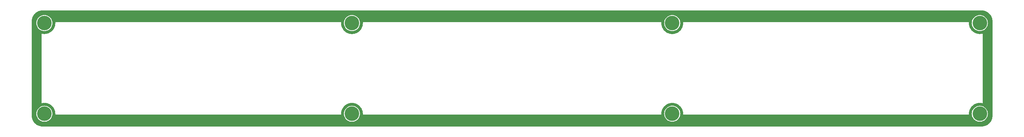
<source format=gbr>
%TF.GenerationSoftware,KiCad,Pcbnew,7.0.2-0*%
%TF.CreationDate,2023-05-18T01:16:27+02:00*%
%TF.ProjectId,LE,4c452e6b-6963-4616-945f-706362585858,rev?*%
%TF.SameCoordinates,PXfd9f08PY7735940*%
%TF.FileFunction,Copper,L2,Bot*%
%TF.FilePolarity,Positive*%
%FSLAX46Y46*%
G04 Gerber Fmt 4.6, Leading zero omitted, Abs format (unit mm)*
G04 Created by KiCad (PCBNEW 7.0.2-0) date 2023-05-18 01:16:27*
%MOMM*%
%LPD*%
G01*
G04 APERTURE LIST*
%TA.AperFunction,ComponentPad*%
%ADD10C,4.000000*%
%TD*%
G04 APERTURE END LIST*
D10*
%TO.P,REF\u002A\u002A,*%
%TO.N,*%
X3500000Y28500000D03*
X3500000Y3500000D03*
X88000000Y28500000D03*
X88000000Y3500000D03*
X176000000Y28500000D03*
X176000000Y3528700D03*
X260500000Y28500000D03*
X260500000Y3500000D03*
%TD*%
%TA.AperFunction,NonConductor*%
G36*
X261001926Y31999400D02*
G01*
X261133863Y31992484D01*
X261316396Y31982232D01*
X261323803Y31981440D01*
X261475994Y31957334D01*
X261637583Y31929878D01*
X261644309Y31928409D01*
X261797007Y31887493D01*
X261951171Y31843078D01*
X261957173Y31841065D01*
X262105567Y31784102D01*
X262107300Y31783410D01*
X262253477Y31722861D01*
X262258731Y31720440D01*
X262343722Y31677134D01*
X262401031Y31647933D01*
X262403230Y31646766D01*
X262540974Y31570638D01*
X262545483Y31567932D01*
X262679810Y31480698D01*
X262682328Y31478988D01*
X262810284Y31388197D01*
X262814032Y31385355D01*
X262938716Y31284388D01*
X262941456Y31282056D01*
X263058275Y31177660D01*
X263061291Y31174809D01*
X263174816Y31061283D01*
X263177667Y31058267D01*
X263282024Y30941492D01*
X263284356Y30938751D01*
X263385383Y30813992D01*
X263388225Y30810245D01*
X263478901Y30682450D01*
X263480612Y30679931D01*
X263567987Y30545385D01*
X263570691Y30540877D01*
X263646622Y30403491D01*
X263647791Y30401291D01*
X263720479Y30258630D01*
X263722911Y30253354D01*
X263783234Y30107722D01*
X263783952Y30105922D01*
X263841098Y29957051D01*
X263843121Y29951018D01*
X263887291Y29797701D01*
X263928433Y29644159D01*
X263929907Y29637408D01*
X263957103Y29477348D01*
X263981446Y29323649D01*
X263982241Y29316224D01*
X263992216Y29138607D01*
X263999399Y29001530D01*
X263999500Y28997689D01*
X263999500Y3001947D01*
X263999399Y2998074D01*
X263992509Y2866624D01*
X263982230Y2683591D01*
X263981435Y2676165D01*
X263957398Y2524392D01*
X263929872Y2362386D01*
X263928397Y2355632D01*
X263887589Y2203332D01*
X263843057Y2048759D01*
X263841036Y2042732D01*
X263784241Y1894777D01*
X263783523Y1892977D01*
X263722815Y1746416D01*
X263720383Y1741140D01*
X263648085Y1599246D01*
X263646917Y1597046D01*
X263570551Y1458871D01*
X263567846Y1454363D01*
X263480892Y1320465D01*
X263479181Y1317946D01*
X263388042Y1189499D01*
X263385200Y1185752D01*
X263284635Y1061562D01*
X263282303Y1058821D01*
X263177424Y941462D01*
X263174573Y938446D01*
X263061565Y825437D01*
X263058548Y822585D01*
X262941141Y717665D01*
X262938402Y715334D01*
X262814292Y614831D01*
X262810544Y611989D01*
X262681936Y520735D01*
X262679417Y519024D01*
X262545723Y432202D01*
X262541215Y429497D01*
X262402718Y352953D01*
X262400519Y351786D01*
X262258978Y279666D01*
X262253701Y277233D01*
X262106622Y216311D01*
X262104823Y215593D01*
X261957411Y159006D01*
X261951377Y156983D01*
X261795943Y112202D01*
X261644533Y71631D01*
X261637782Y70157D01*
X261474144Y42353D01*
X261324012Y18575D01*
X261316587Y17780D01*
X261128289Y7205D01*
X261002304Y601D01*
X260998431Y500D01*
X3001946Y500D01*
X2998073Y601D01*
X2866617Y7491D01*
X2683589Y17770D01*
X2676163Y18565D01*
X2524369Y42606D01*
X2362395Y70126D01*
X2355639Y71601D01*
X2203297Y112421D01*
X2048769Y156941D01*
X2042742Y158962D01*
X1894724Y215780D01*
X1892925Y216498D01*
X1746432Y277177D01*
X1741154Y279610D01*
X1599197Y351942D01*
X1596998Y353109D01*
X1458907Y429428D01*
X1454399Y432133D01*
X1320396Y519156D01*
X1317877Y520867D01*
X1189560Y611914D01*
X1185812Y614756D01*
X1061488Y715431D01*
X1058748Y717762D01*
X941531Y822513D01*
X938515Y825365D01*
X825363Y938517D01*
X822511Y941533D01*
X717760Y1058750D01*
X715429Y1061490D01*
X614754Y1185814D01*
X611912Y1189562D01*
X537144Y1294936D01*
X520858Y1317889D01*
X519154Y1320398D01*
X432122Y1454416D01*
X429436Y1458892D01*
X353107Y1597000D01*
X351940Y1599199D01*
X325221Y1651636D01*
X279602Y1741168D01*
X277180Y1746422D01*
X216476Y1892977D01*
X215778Y1894726D01*
X215758Y1894777D01*
X158959Y2042745D01*
X156938Y2048774D01*
X112411Y2203332D01*
X71596Y2355654D01*
X70132Y2362356D01*
X42611Y2524334D01*
X18561Y2676178D01*
X17769Y2683573D01*
X7503Y2866372D01*
X601Y2998074D01*
X500Y3001946D01*
X500Y3500000D01*
X1294778Y3500000D01*
X1294936Y3497590D01*
X1311196Y3249500D01*
X1313644Y3212161D01*
X1369919Y2929247D01*
X1370693Y2926965D01*
X1370695Y2926960D01*
X1453308Y2683591D01*
X1462641Y2656098D01*
X1463710Y2653930D01*
X1463711Y2653928D01*
X1589150Y2399561D01*
X1589156Y2399551D01*
X1590222Y2397389D01*
X1591566Y2395377D01*
X1591567Y2395376D01*
X1749137Y2159555D01*
X1749141Y2159549D01*
X1750480Y2157546D01*
X1752067Y2155736D01*
X1752072Y2155730D01*
X1851169Y2042732D01*
X1940673Y1940673D01*
X1942493Y1939077D01*
X2155729Y1752073D01*
X2155733Y1752070D01*
X2157546Y1750480D01*
X2397389Y1590222D01*
X2399555Y1589154D01*
X2399560Y1589151D01*
X2526743Y1526432D01*
X2656098Y1462641D01*
X2929247Y1369919D01*
X3212161Y1313644D01*
X3500000Y1294778D01*
X3787839Y1313644D01*
X4070753Y1369919D01*
X4343902Y1462641D01*
X4602611Y1590222D01*
X4842454Y1750480D01*
X5059327Y1940673D01*
X5249520Y2157546D01*
X5409778Y2397389D01*
X5537359Y2656098D01*
X5630081Y2929247D01*
X5686356Y3212161D01*
X5705222Y3500000D01*
X5686356Y3787839D01*
X5630081Y4070753D01*
X5537359Y4343902D01*
X5439979Y4541369D01*
X5410849Y4600440D01*
X5410846Y4600445D01*
X5409778Y4602611D01*
X5330868Y4720707D01*
X5250862Y4840446D01*
X5250859Y4840449D01*
X5249520Y4842454D01*
X5247778Y4844440D01*
X5060923Y5057507D01*
X5059327Y5059327D01*
X4977050Y5131482D01*
X4844270Y5247928D01*
X4844264Y5247933D01*
X4842454Y5249520D01*
X4840451Y5250859D01*
X4840445Y5250863D01*
X4604624Y5408433D01*
X4604623Y5408434D01*
X4602611Y5409778D01*
X4600449Y5410844D01*
X4600439Y5410850D01*
X4346072Y5536289D01*
X4346070Y5536290D01*
X4343902Y5537359D01*
X4341615Y5538136D01*
X4341611Y5538137D01*
X4073040Y5629305D01*
X4073035Y5629307D01*
X4070753Y5630081D01*
X3991874Y5645771D01*
X3790208Y5685885D01*
X3790204Y5685886D01*
X3787839Y5686356D01*
X3785435Y5686514D01*
X3785432Y5686514D01*
X3502411Y5705064D01*
X3500000Y5705222D01*
X3497589Y5705064D01*
X3214567Y5686514D01*
X3214562Y5686514D01*
X3212161Y5686356D01*
X3209797Y5685886D01*
X3209791Y5685885D01*
X2931619Y5630553D01*
X2931616Y5630553D01*
X2929247Y5630081D01*
X2926968Y5629308D01*
X2926959Y5629305D01*
X2658388Y5538137D01*
X2658379Y5538134D01*
X2656098Y5537359D01*
X2653934Y5536293D01*
X2653927Y5536289D01*
X2399560Y5410850D01*
X2399543Y5410841D01*
X2397389Y5409778D01*
X2395382Y5408438D01*
X2395375Y5408433D01*
X2159554Y5250863D01*
X2159540Y5250853D01*
X2157546Y5249520D01*
X2155742Y5247939D01*
X2155729Y5247928D01*
X1942493Y5060924D01*
X1942485Y5060917D01*
X1940673Y5059327D01*
X1939083Y5057515D01*
X1939076Y5057507D01*
X1752072Y4844271D01*
X1752061Y4844258D01*
X1750480Y4842454D01*
X1749147Y4840460D01*
X1749137Y4840446D01*
X1591567Y4604625D01*
X1591562Y4604618D01*
X1590222Y4602611D01*
X1589159Y4600457D01*
X1589150Y4600440D01*
X1463711Y4346073D01*
X1463707Y4346066D01*
X1462641Y4343902D01*
X1461866Y4341621D01*
X1461863Y4341612D01*
X1370695Y4073041D01*
X1370692Y4073032D01*
X1369919Y4070753D01*
X1369447Y4068384D01*
X1369447Y4068381D01*
X1319353Y3816539D01*
X1313644Y3787839D01*
X1313486Y3785438D01*
X1313486Y3785433D01*
X1309955Y3731562D01*
X1294778Y3500000D01*
X500Y3500000D01*
X500Y6404223D01*
X2699500Y6404223D01*
X2699616Y6403941D01*
X2699617Y6403940D01*
X2700000Y6403782D01*
X2700000Y6403783D01*
X2703118Y6402496D01*
X2706098Y6403310D01*
X2709938Y6404250D01*
X2863554Y6437461D01*
X3022901Y6471386D01*
X3030424Y6472585D01*
X3193271Y6489950D01*
X3351679Y6505336D01*
X3358824Y6505681D01*
X3523697Y6505608D01*
X3682159Y6503051D01*
X3688823Y6502640D01*
X3852488Y6485041D01*
X3854079Y6484852D01*
X4010366Y6464565D01*
X4016483Y6463506D01*
X4177454Y6428557D01*
X4179486Y6428086D01*
X4332306Y6390359D01*
X4337870Y6388751D01*
X4494289Y6336834D01*
X4496654Y6336004D01*
X4644188Y6281315D01*
X4649084Y6279296D01*
X4799154Y6210988D01*
X4801844Y6209696D01*
X4942174Y6138777D01*
X4946435Y6136444D01*
X5088392Y6052538D01*
X5091319Y6050714D01*
X5222751Y5964437D01*
X5226307Y5961949D01*
X5358544Y5863389D01*
X5361643Y5860947D01*
X5482487Y5760428D01*
X5485434Y5757842D01*
X5606428Y5645759D01*
X5609533Y5642706D01*
X5718312Y5529168D01*
X5720640Y5526622D01*
X5828976Y5402335D01*
X5832056Y5398557D01*
X5879523Y5336254D01*
X5927350Y5273477D01*
X5929116Y5271058D01*
X6023586Y5135964D01*
X6026486Y5131482D01*
X6107096Y4996423D01*
X6108352Y4994233D01*
X6187890Y4849873D01*
X6190482Y4844697D01*
X6255399Y4701318D01*
X6256213Y4699451D01*
X6270417Y4665565D01*
X6319903Y4547500D01*
X6322078Y4541624D01*
X6370484Y4391644D01*
X6370966Y4390092D01*
X6418046Y4232456D01*
X6419677Y4225926D01*
X6451061Y4070499D01*
X6473468Y3949799D01*
X6479907Y3915114D01*
X6481133Y3908513D01*
X6482100Y3901387D01*
X6495818Y3742795D01*
X6508390Y3579572D01*
X6508582Y3571919D01*
X6504231Y3408724D01*
X6499904Y3263570D01*
X6499484Y3261600D01*
X6499462Y3252444D01*
X6499344Y3249677D01*
X6499589Y3249389D01*
X6503048Y3249244D01*
X6522213Y3247647D01*
X6527169Y3249497D01*
X6527783Y3249500D01*
X84972215Y3249500D01*
X84977396Y3247615D01*
X84996950Y3249244D01*
X85000409Y3249389D01*
X85000538Y3249543D01*
X85000540Y3249543D01*
X85000539Y3249545D01*
X85000673Y3249702D01*
X85000548Y3252775D01*
X85000572Y3261504D01*
X85000117Y3263647D01*
X84993495Y3500000D01*
X85794778Y3500000D01*
X85794936Y3497590D01*
X85811196Y3249500D01*
X85813644Y3212161D01*
X85869919Y2929247D01*
X85870693Y2926965D01*
X85870695Y2926960D01*
X85953308Y2683591D01*
X85962641Y2656098D01*
X85963710Y2653930D01*
X85963711Y2653928D01*
X86089150Y2399561D01*
X86089156Y2399551D01*
X86090222Y2397389D01*
X86091566Y2395377D01*
X86091567Y2395376D01*
X86249137Y2159555D01*
X86249141Y2159549D01*
X86250480Y2157546D01*
X86252067Y2155736D01*
X86252072Y2155730D01*
X86351169Y2042732D01*
X86440673Y1940673D01*
X86442493Y1939077D01*
X86655729Y1752073D01*
X86655733Y1752070D01*
X86657546Y1750480D01*
X86897389Y1590222D01*
X86899555Y1589154D01*
X86899560Y1589151D01*
X87026743Y1526432D01*
X87156098Y1462641D01*
X87429247Y1369919D01*
X87712161Y1313644D01*
X88000000Y1294778D01*
X88287839Y1313644D01*
X88570753Y1369919D01*
X88843902Y1462641D01*
X89102611Y1590222D01*
X89342454Y1750480D01*
X89559327Y1940673D01*
X89749520Y2157546D01*
X89909778Y2397389D01*
X90037359Y2656098D01*
X90130081Y2929247D01*
X90186356Y3212161D01*
X90205222Y3500000D01*
X90186356Y3787839D01*
X90130081Y4070753D01*
X90037359Y4343902D01*
X89939979Y4541369D01*
X89910849Y4600440D01*
X89910846Y4600445D01*
X89909778Y4602611D01*
X89830868Y4720707D01*
X89750862Y4840446D01*
X89750859Y4840449D01*
X89749520Y4842454D01*
X89747778Y4844440D01*
X89560923Y5057507D01*
X89559327Y5059327D01*
X89477050Y5131482D01*
X89344270Y5247928D01*
X89344264Y5247933D01*
X89342454Y5249520D01*
X89340451Y5250859D01*
X89340445Y5250863D01*
X89104624Y5408433D01*
X89104623Y5408434D01*
X89102611Y5409778D01*
X89100449Y5410844D01*
X89100439Y5410850D01*
X88846072Y5536289D01*
X88846070Y5536290D01*
X88843902Y5537359D01*
X88841615Y5538136D01*
X88841611Y5538137D01*
X88573040Y5629305D01*
X88573035Y5629307D01*
X88570753Y5630081D01*
X88491874Y5645771D01*
X88290208Y5685885D01*
X88290204Y5685886D01*
X88287839Y5686356D01*
X88285435Y5686514D01*
X88285432Y5686514D01*
X88002411Y5705064D01*
X88000000Y5705222D01*
X87997589Y5705064D01*
X87714567Y5686514D01*
X87714562Y5686514D01*
X87712161Y5686356D01*
X87709797Y5685886D01*
X87709791Y5685885D01*
X87431619Y5630553D01*
X87431616Y5630553D01*
X87429247Y5630081D01*
X87426968Y5629308D01*
X87426959Y5629305D01*
X87158388Y5538137D01*
X87158379Y5538134D01*
X87156098Y5537359D01*
X87153934Y5536293D01*
X87153927Y5536289D01*
X86899560Y5410850D01*
X86899543Y5410841D01*
X86897389Y5409778D01*
X86895382Y5408438D01*
X86895375Y5408433D01*
X86659554Y5250863D01*
X86659540Y5250853D01*
X86657546Y5249520D01*
X86655742Y5247939D01*
X86655729Y5247928D01*
X86442493Y5060924D01*
X86442485Y5060917D01*
X86440673Y5059327D01*
X86439083Y5057515D01*
X86439076Y5057507D01*
X86252072Y4844271D01*
X86252061Y4844258D01*
X86250480Y4842454D01*
X86249147Y4840460D01*
X86249137Y4840446D01*
X86091567Y4604625D01*
X86091562Y4604618D01*
X86090222Y4602611D01*
X86089159Y4600457D01*
X86089150Y4600440D01*
X85963711Y4346073D01*
X85963707Y4346066D01*
X85962641Y4343902D01*
X85961866Y4341621D01*
X85961863Y4341612D01*
X85870695Y4073041D01*
X85870692Y4073032D01*
X85869919Y4070753D01*
X85869447Y4068384D01*
X85869447Y4068381D01*
X85819353Y3816539D01*
X85813644Y3787839D01*
X85813486Y3785438D01*
X85813486Y3785433D01*
X85809955Y3731562D01*
X85794778Y3500000D01*
X84993495Y3500000D01*
X84993133Y3512926D01*
X84991412Y3578845D01*
X84991636Y3586805D01*
X85008114Y3786689D01*
X85019441Y3915137D01*
X85020515Y3922744D01*
X85056545Y4107581D01*
X85084924Y4246141D01*
X85086769Y4253292D01*
X85141374Y4428096D01*
X85187033Y4567701D01*
X85189564Y4574335D01*
X85261958Y4739524D01*
X85324479Y4875793D01*
X85327604Y4881843D01*
X85416537Y5035985D01*
X85417178Y5037069D01*
X85495526Y5166533D01*
X85499153Y5171962D01*
X85603799Y5314417D01*
X85604654Y5315552D01*
X85698003Y5436258D01*
X85702037Y5441038D01*
X85821085Y5570419D01*
X85822347Y5571751D01*
X85929373Y5681609D01*
X85933718Y5685719D01*
X86065773Y5800774D01*
X86067443Y5802181D01*
X86186726Y5899509D01*
X86191292Y5902947D01*
X86334764Y6002465D01*
X86336851Y6003858D01*
X86466804Y6087212D01*
X86471503Y6089987D01*
X86624721Y6172932D01*
X86627220Y6174221D01*
X86766149Y6242407D01*
X86770803Y6244492D01*
X86932012Y6309990D01*
X86934879Y6311082D01*
X87080906Y6363098D01*
X87085525Y6364571D01*
X87252710Y6411861D01*
X87256020Y6412714D01*
X87407147Y6447801D01*
X87411633Y6448695D01*
X87582911Y6477284D01*
X87586577Y6477800D01*
X87740768Y6495464D01*
X87745053Y6495828D01*
X87918348Y6505392D01*
X87922424Y6505503D01*
X88077574Y6505503D01*
X88081649Y6505392D01*
X88254939Y6495828D01*
X88259234Y6495464D01*
X88413409Y6477801D01*
X88417097Y6477283D01*
X88588351Y6448697D01*
X88592863Y6447798D01*
X88743956Y6412718D01*
X88747308Y6411855D01*
X88914454Y6364576D01*
X88919108Y6363092D01*
X89065087Y6311093D01*
X89068016Y6309977D01*
X89229173Y6244500D01*
X89233869Y6242397D01*
X89372736Y6174241D01*
X89375317Y6172910D01*
X89438033Y6138958D01*
X89528481Y6089993D01*
X89533203Y6087205D01*
X89611599Y6036921D01*
X89663094Y6003891D01*
X89665286Y6002429D01*
X89787673Y5917536D01*
X89808678Y5902966D01*
X89813284Y5899498D01*
X89932488Y5802235D01*
X89934285Y5800720D01*
X90010953Y5733922D01*
X90066260Y5685735D01*
X90070647Y5681585D01*
X90177580Y5571823D01*
X90178982Y5570342D01*
X90209331Y5537359D01*
X90297934Y5441066D01*
X90302016Y5436230D01*
X90395264Y5315653D01*
X90396283Y5314301D01*
X90459731Y5227930D01*
X90500820Y5171995D01*
X90504492Y5166499D01*
X90582746Y5037190D01*
X90583533Y5035858D01*
X90672375Y4881874D01*
X90675537Y4875751D01*
X90738061Y4739474D01*
X90810417Y4574372D01*
X90812972Y4567676D01*
X90858632Y4428066D01*
X90913219Y4253321D01*
X90915079Y4246107D01*
X90943465Y4107515D01*
X90979476Y3922770D01*
X90980557Y3915114D01*
X90991885Y3786670D01*
X91008359Y3586831D01*
X91008584Y3578821D01*
X91006861Y3512830D01*
X90999870Y3263343D01*
X90999441Y3261278D01*
X90999453Y3252613D01*
X90999335Y3249688D01*
X90999589Y3249389D01*
X91003048Y3249244D01*
X91022213Y3247647D01*
X91027169Y3249497D01*
X91027783Y3249500D01*
X172972216Y3249500D01*
X172977397Y3247615D01*
X172996951Y3249244D01*
X173000410Y3249389D01*
X173000539Y3249543D01*
X173000541Y3249543D01*
X173000540Y3249545D01*
X173000674Y3249702D01*
X173000549Y3252775D01*
X173000573Y3261504D01*
X173000118Y3263647D01*
X172993134Y3512926D01*
X172992722Y3528700D01*
X173794778Y3528700D01*
X173794936Y3526290D01*
X173813094Y3249244D01*
X173813644Y3240861D01*
X173869919Y2957947D01*
X173870693Y2955665D01*
X173870695Y2955660D01*
X173900919Y2866624D01*
X173962641Y2684798D01*
X173963710Y2682630D01*
X173963711Y2682628D01*
X174089150Y2428261D01*
X174089156Y2428251D01*
X174090222Y2426089D01*
X174091566Y2424077D01*
X174091567Y2424076D01*
X174249137Y2188255D01*
X174249141Y2188249D01*
X174250480Y2186246D01*
X174252067Y2184436D01*
X174252072Y2184430D01*
X174371040Y2048774D01*
X174440673Y1969373D01*
X174442493Y1967777D01*
X174655729Y1780773D01*
X174655733Y1780770D01*
X174657546Y1779180D01*
X174659551Y1777841D01*
X174659554Y1777838D01*
X174702507Y1749138D01*
X174897389Y1618922D01*
X174899555Y1617854D01*
X174899560Y1617851D01*
X175026743Y1555132D01*
X175156098Y1491341D01*
X175429247Y1398619D01*
X175712161Y1342344D01*
X176000000Y1323478D01*
X176287839Y1342344D01*
X176570753Y1398619D01*
X176843902Y1491341D01*
X177102611Y1618922D01*
X177342454Y1779180D01*
X177559327Y1969373D01*
X177749520Y2186246D01*
X177909778Y2426089D01*
X178037359Y2684798D01*
X178130081Y2957947D01*
X178186356Y3240861D01*
X178205222Y3528700D01*
X178186356Y3816539D01*
X178130081Y4099453D01*
X178037359Y4372602D01*
X177967689Y4513879D01*
X177910849Y4629140D01*
X177910846Y4629145D01*
X177909778Y4631311D01*
X177790472Y4809865D01*
X177750862Y4869146D01*
X177750859Y4869149D01*
X177749520Y4871154D01*
X177559327Y5088027D01*
X177509776Y5131482D01*
X177344270Y5276628D01*
X177344264Y5276633D01*
X177342454Y5278220D01*
X177340451Y5279559D01*
X177340445Y5279563D01*
X177104624Y5437133D01*
X177104623Y5437134D01*
X177102611Y5438478D01*
X177100449Y5439544D01*
X177100439Y5439550D01*
X176846072Y5564989D01*
X176846070Y5564990D01*
X176843902Y5566059D01*
X176841615Y5566836D01*
X176841611Y5566837D01*
X176573040Y5658005D01*
X176573035Y5658007D01*
X176570753Y5658781D01*
X176547288Y5663449D01*
X176290208Y5714585D01*
X176290204Y5714586D01*
X176287839Y5715056D01*
X176285435Y5715214D01*
X176285432Y5715214D01*
X176002411Y5733764D01*
X176000000Y5733922D01*
X175997589Y5733764D01*
X175714567Y5715214D01*
X175714562Y5715214D01*
X175712161Y5715056D01*
X175709797Y5714586D01*
X175709791Y5714585D01*
X175431619Y5659253D01*
X175431616Y5659253D01*
X175429247Y5658781D01*
X175426968Y5658008D01*
X175426959Y5658005D01*
X175158388Y5566837D01*
X175158379Y5566834D01*
X175156098Y5566059D01*
X175153934Y5564993D01*
X175153927Y5564989D01*
X174899560Y5439550D01*
X174899543Y5439541D01*
X174897389Y5438478D01*
X174895382Y5437138D01*
X174895375Y5437133D01*
X174659554Y5279563D01*
X174659540Y5279553D01*
X174657546Y5278220D01*
X174655742Y5276639D01*
X174655729Y5276628D01*
X174442493Y5089624D01*
X174442485Y5089617D01*
X174440673Y5088027D01*
X174439083Y5086215D01*
X174439076Y5086207D01*
X174252072Y4872971D01*
X174252061Y4872958D01*
X174250480Y4871154D01*
X174249147Y4869160D01*
X174249137Y4869146D01*
X174091567Y4633325D01*
X174091562Y4633318D01*
X174090222Y4631311D01*
X174089159Y4629157D01*
X174089150Y4629140D01*
X173963711Y4374773D01*
X173963707Y4374766D01*
X173962641Y4372602D01*
X173961866Y4370321D01*
X173961863Y4370312D01*
X173870695Y4101741D01*
X173870692Y4101732D01*
X173869919Y4099453D01*
X173869447Y4097084D01*
X173869447Y4097081D01*
X173828420Y3890822D01*
X173813644Y3816539D01*
X173813486Y3814138D01*
X173813486Y3814133D01*
X173794936Y3531111D01*
X173794778Y3528700D01*
X172992722Y3528700D01*
X172991413Y3578845D01*
X172991637Y3586805D01*
X173008115Y3786689D01*
X173019442Y3915137D01*
X173020516Y3922744D01*
X173056546Y4107581D01*
X173084925Y4246141D01*
X173086770Y4253292D01*
X173141375Y4428096D01*
X173187034Y4567701D01*
X173189565Y4574335D01*
X173261959Y4739524D01*
X173324480Y4875793D01*
X173327605Y4881843D01*
X173416538Y5035985D01*
X173417179Y5037069D01*
X173495527Y5166533D01*
X173499154Y5171962D01*
X173603800Y5314417D01*
X173604655Y5315552D01*
X173698004Y5436258D01*
X173702038Y5441038D01*
X173821086Y5570419D01*
X173822348Y5571751D01*
X173929374Y5681609D01*
X173933719Y5685719D01*
X174065774Y5800774D01*
X174067444Y5802181D01*
X174186727Y5899509D01*
X174191293Y5902947D01*
X174334765Y6002465D01*
X174336852Y6003858D01*
X174466805Y6087212D01*
X174471504Y6089987D01*
X174624722Y6172932D01*
X174627221Y6174221D01*
X174766150Y6242407D01*
X174770804Y6244492D01*
X174932013Y6309990D01*
X174934880Y6311082D01*
X175080907Y6363098D01*
X175085526Y6364571D01*
X175252711Y6411861D01*
X175256021Y6412714D01*
X175407148Y6447801D01*
X175411634Y6448695D01*
X175582912Y6477284D01*
X175586578Y6477800D01*
X175740769Y6495464D01*
X175745054Y6495828D01*
X175918349Y6505392D01*
X175922425Y6505503D01*
X176077575Y6505503D01*
X176081650Y6505392D01*
X176254940Y6495828D01*
X176259235Y6495464D01*
X176413410Y6477801D01*
X176417098Y6477283D01*
X176588352Y6448697D01*
X176592864Y6447798D01*
X176743957Y6412718D01*
X176747309Y6411855D01*
X176914455Y6364576D01*
X176919109Y6363092D01*
X177065088Y6311093D01*
X177068017Y6309977D01*
X177229174Y6244500D01*
X177233870Y6242397D01*
X177372737Y6174241D01*
X177375318Y6172910D01*
X177438034Y6138958D01*
X177528482Y6089993D01*
X177533204Y6087205D01*
X177611600Y6036921D01*
X177663095Y6003891D01*
X177665287Y6002429D01*
X177787674Y5917536D01*
X177808679Y5902966D01*
X177813285Y5899498D01*
X177932489Y5802235D01*
X177934286Y5800720D01*
X178010954Y5733922D01*
X178066261Y5685735D01*
X178070648Y5681585D01*
X178177581Y5571823D01*
X178178983Y5570342D01*
X178209332Y5537359D01*
X178297935Y5441066D01*
X178302017Y5436230D01*
X178395265Y5315653D01*
X178396284Y5314301D01*
X178459732Y5227930D01*
X178500821Y5171995D01*
X178504493Y5166499D01*
X178582747Y5037190D01*
X178583534Y5035858D01*
X178672376Y4881874D01*
X178675538Y4875751D01*
X178738062Y4739474D01*
X178810418Y4574372D01*
X178812973Y4567676D01*
X178858633Y4428066D01*
X178913220Y4253321D01*
X178915080Y4246107D01*
X178943466Y4107515D01*
X178979477Y3922770D01*
X178980558Y3915114D01*
X178991886Y3786670D01*
X179008360Y3586831D01*
X179008585Y3578821D01*
X179006862Y3512830D01*
X178999871Y3263343D01*
X178999442Y3261278D01*
X178999454Y3252613D01*
X178999336Y3249688D01*
X178999590Y3249389D01*
X179003049Y3249244D01*
X179022214Y3247647D01*
X179027170Y3249497D01*
X179027784Y3249500D01*
X257472216Y3249500D01*
X257477397Y3247615D01*
X257496951Y3249244D01*
X257500410Y3249389D01*
X257500539Y3249543D01*
X257500541Y3249543D01*
X257500540Y3249545D01*
X257500674Y3249702D01*
X257500549Y3252775D01*
X257500573Y3261342D01*
X257500096Y3263581D01*
X257500094Y3263650D01*
X257495630Y3413403D01*
X257493314Y3500000D01*
X258294778Y3500000D01*
X258294936Y3497590D01*
X258311196Y3249500D01*
X258313644Y3212161D01*
X258369919Y2929247D01*
X258370693Y2926965D01*
X258370695Y2926960D01*
X258453308Y2683591D01*
X258462641Y2656098D01*
X258463710Y2653930D01*
X258463711Y2653928D01*
X258589150Y2399561D01*
X258589156Y2399551D01*
X258590222Y2397389D01*
X258591566Y2395377D01*
X258591567Y2395376D01*
X258749137Y2159555D01*
X258749141Y2159549D01*
X258750480Y2157546D01*
X258752067Y2155736D01*
X258752072Y2155730D01*
X258851169Y2042732D01*
X258940673Y1940673D01*
X258942493Y1939077D01*
X259155729Y1752073D01*
X259155733Y1752070D01*
X259157546Y1750480D01*
X259397389Y1590222D01*
X259399555Y1589154D01*
X259399560Y1589151D01*
X259526743Y1526432D01*
X259656098Y1462641D01*
X259929247Y1369919D01*
X260212161Y1313644D01*
X260500000Y1294778D01*
X260787839Y1313644D01*
X261070753Y1369919D01*
X261343902Y1462641D01*
X261602611Y1590222D01*
X261842454Y1750480D01*
X262059327Y1940673D01*
X262249520Y2157546D01*
X262409778Y2397389D01*
X262537359Y2656098D01*
X262630081Y2929247D01*
X262686356Y3212161D01*
X262705222Y3500000D01*
X262686356Y3787839D01*
X262630081Y4070753D01*
X262537359Y4343902D01*
X262439979Y4541369D01*
X262410849Y4600440D01*
X262410846Y4600445D01*
X262409778Y4602611D01*
X262330868Y4720707D01*
X262250862Y4840446D01*
X262250859Y4840449D01*
X262249520Y4842454D01*
X262247778Y4844440D01*
X262060923Y5057507D01*
X262059327Y5059327D01*
X261977050Y5131482D01*
X261844270Y5247928D01*
X261844264Y5247933D01*
X261842454Y5249520D01*
X261840451Y5250859D01*
X261840445Y5250863D01*
X261604624Y5408433D01*
X261604623Y5408434D01*
X261602611Y5409778D01*
X261600449Y5410844D01*
X261600439Y5410850D01*
X261346072Y5536289D01*
X261346070Y5536290D01*
X261343902Y5537359D01*
X261341615Y5538136D01*
X261341611Y5538137D01*
X261073040Y5629305D01*
X261073035Y5629307D01*
X261070753Y5630081D01*
X260991874Y5645771D01*
X260790208Y5685885D01*
X260790204Y5685886D01*
X260787839Y5686356D01*
X260785435Y5686514D01*
X260785432Y5686514D01*
X260502411Y5705064D01*
X260500000Y5705222D01*
X260497589Y5705064D01*
X260214567Y5686514D01*
X260214562Y5686514D01*
X260212161Y5686356D01*
X260209797Y5685886D01*
X260209791Y5685885D01*
X259931619Y5630553D01*
X259931616Y5630553D01*
X259929247Y5630081D01*
X259926968Y5629308D01*
X259926959Y5629305D01*
X259658388Y5538137D01*
X259658379Y5538134D01*
X259656098Y5537359D01*
X259653934Y5536293D01*
X259653927Y5536289D01*
X259399560Y5410850D01*
X259399543Y5410841D01*
X259397389Y5409778D01*
X259395382Y5408438D01*
X259395375Y5408433D01*
X259159554Y5250863D01*
X259159540Y5250853D01*
X259157546Y5249520D01*
X259155742Y5247939D01*
X259155729Y5247928D01*
X258942493Y5060924D01*
X258942485Y5060917D01*
X258940673Y5059327D01*
X258939083Y5057515D01*
X258939076Y5057507D01*
X258752072Y4844271D01*
X258752061Y4844258D01*
X258750480Y4842454D01*
X258749147Y4840460D01*
X258749137Y4840446D01*
X258591567Y4604625D01*
X258591562Y4604618D01*
X258590222Y4602611D01*
X258589159Y4600457D01*
X258589150Y4600440D01*
X258463711Y4346073D01*
X258463707Y4346066D01*
X258462641Y4343902D01*
X258461866Y4341621D01*
X258461863Y4341612D01*
X258370695Y4073041D01*
X258370692Y4073032D01*
X258369919Y4070753D01*
X258369447Y4068384D01*
X258369447Y4068381D01*
X258319353Y3816539D01*
X258313644Y3787839D01*
X258313486Y3785438D01*
X258313486Y3785433D01*
X258309955Y3731562D01*
X258294778Y3500000D01*
X257493314Y3500000D01*
X257491397Y3571665D01*
X257491589Y3579308D01*
X257504410Y3745754D01*
X257517851Y3901134D01*
X257518812Y3908214D01*
X257549270Y4072279D01*
X257580242Y4225664D01*
X257581856Y4232128D01*
X257629414Y4391362D01*
X257629827Y4392692D01*
X257677812Y4541369D01*
X257679965Y4547184D01*
X257744173Y4700369D01*
X257744903Y4702045D01*
X257809374Y4844440D01*
X257811924Y4849532D01*
X257892040Y4994941D01*
X257893245Y4997042D01*
X257973321Y5131208D01*
X257976179Y5135625D01*
X258071308Y5271657D01*
X258073005Y5273982D01*
X258167687Y5398259D01*
X258170720Y5401978D01*
X258279777Y5527092D01*
X258282048Y5529576D01*
X258390156Y5642412D01*
X258393210Y5645414D01*
X258514959Y5758195D01*
X258517840Y5760726D01*
X258637978Y5860659D01*
X258641000Y5863038D01*
X258774078Y5962224D01*
X258777601Y5964690D01*
X258908181Y6050407D01*
X258911057Y6052201D01*
X259053966Y6136669D01*
X259058148Y6138958D01*
X259197616Y6209441D01*
X259200177Y6210670D01*
X259351264Y6279441D01*
X259356147Y6281454D01*
X259502648Y6335760D01*
X259504838Y6336530D01*
X259662513Y6388863D01*
X259667992Y6390445D01*
X259819579Y6427867D01*
X259821550Y6428324D01*
X259983841Y6463560D01*
X259989926Y6464613D01*
X260144788Y6484714D01*
X260146218Y6484884D01*
X260311458Y6502651D01*
X260318137Y6503062D01*
X260474592Y6505586D01*
X260641442Y6505659D01*
X260648600Y6505313D01*
X260803829Y6490236D01*
X260969841Y6472532D01*
X260977361Y6471333D01*
X261128256Y6439205D01*
X261290501Y6404129D01*
X261294367Y6403183D01*
X261296881Y6402496D01*
X261299998Y6403783D01*
X261300000Y6403782D01*
X261300383Y6403940D01*
X261300500Y6404224D01*
X261300500Y25595776D01*
X261300383Y25596060D01*
X261300382Y25596061D01*
X261296881Y25597506D01*
X261293897Y25596690D01*
X261290029Y25595744D01*
X261140077Y25563324D01*
X260976889Y25528593D01*
X260969332Y25527389D01*
X260809429Y25510336D01*
X260648078Y25494664D01*
X260640893Y25494317D01*
X260477971Y25494388D01*
X260317584Y25496974D01*
X260310870Y25497388D01*
X260148650Y25514831D01*
X260147036Y25515023D01*
X259989368Y25535488D01*
X259983193Y25536557D01*
X259823418Y25571244D01*
X259821382Y25571716D01*
X259667370Y25609738D01*
X259661795Y25611348D01*
X259638418Y25619107D01*
X259506366Y25662937D01*
X259504008Y25663765D01*
X259436204Y25688899D01*
X259355509Y25718812D01*
X259350574Y25720847D01*
X259201414Y25788739D01*
X259198714Y25790035D01*
X259057494Y25861403D01*
X259053219Y25863744D01*
X258912061Y25947177D01*
X258909105Y25949019D01*
X258776913Y26035795D01*
X258773300Y26038324D01*
X258641804Y26136331D01*
X258638727Y26138754D01*
X258517148Y26239885D01*
X258514193Y26242480D01*
X258393879Y26353932D01*
X258390734Y26357024D01*
X258328321Y26422165D01*
X258281333Y26471208D01*
X258278995Y26473767D01*
X258171244Y26597384D01*
X258168164Y26601161D01*
X258072290Y26727001D01*
X258070510Y26729439D01*
X258056734Y26749138D01*
X257976600Y26863728D01*
X257973702Y26868209D01*
X257892528Y27004212D01*
X257891275Y27006394D01*
X257812241Y27149842D01*
X257809643Y27155030D01*
X257761878Y27260527D01*
X257744221Y27299525D01*
X257743417Y27301369D01*
X257680172Y27452256D01*
X257678020Y27458072D01*
X257629152Y27609485D01*
X257628680Y27611005D01*
X257620873Y27637144D01*
X257594660Y27724912D01*
X257582006Y27767284D01*
X257580377Y27773803D01*
X257548623Y27931063D01*
X257518881Y28091275D01*
X257517924Y28098327D01*
X257503955Y28259814D01*
X257491600Y28420218D01*
X257491409Y28427831D01*
X257493333Y28500000D01*
X258294778Y28500000D01*
X258294936Y28497590D01*
X258310513Y28259921D01*
X258313644Y28212161D01*
X258314114Y28209796D01*
X258314115Y28209792D01*
X258334129Y28109177D01*
X258369919Y27929247D01*
X258370693Y27926965D01*
X258370695Y27926960D01*
X258424898Y27767284D01*
X258462641Y27656098D01*
X258463710Y27653930D01*
X258463711Y27653928D01*
X258589150Y27399561D01*
X258589156Y27399551D01*
X258590222Y27397389D01*
X258591566Y27395377D01*
X258591567Y27395376D01*
X258749137Y27159555D01*
X258749141Y27159549D01*
X258750480Y27157546D01*
X258752067Y27155736D01*
X258752072Y27155730D01*
X258939076Y26942494D01*
X258940673Y26940673D01*
X258942493Y26939077D01*
X259155729Y26752073D01*
X259155733Y26752070D01*
X259157546Y26750480D01*
X259159551Y26749141D01*
X259159554Y26749138D01*
X259193497Y26726458D01*
X259397389Y26590222D01*
X259399555Y26589154D01*
X259399560Y26589151D01*
X259526743Y26526432D01*
X259656098Y26462641D01*
X259929247Y26369919D01*
X260212161Y26313644D01*
X260500000Y26294778D01*
X260787839Y26313644D01*
X261070753Y26369919D01*
X261343902Y26462641D01*
X261602611Y26590222D01*
X261842454Y26750480D01*
X262059327Y26940673D01*
X262249520Y27157546D01*
X262409778Y27397389D01*
X262537359Y27656098D01*
X262630081Y27929247D01*
X262686356Y28212161D01*
X262705222Y28500000D01*
X262686356Y28787839D01*
X262630081Y29070753D01*
X262537359Y29343902D01*
X262409778Y29602611D01*
X262249520Y29842454D01*
X262148839Y29957258D01*
X262060923Y30057507D01*
X262059327Y30059327D01*
X262039450Y30076759D01*
X261844270Y30247928D01*
X261844264Y30247933D01*
X261842454Y30249520D01*
X261840451Y30250859D01*
X261840445Y30250863D01*
X261604624Y30408433D01*
X261604623Y30408434D01*
X261602611Y30409778D01*
X261600449Y30410844D01*
X261600439Y30410850D01*
X261346072Y30536289D01*
X261346070Y30536290D01*
X261343902Y30537359D01*
X261341615Y30538136D01*
X261341611Y30538137D01*
X261073040Y30629305D01*
X261073035Y30629307D01*
X261070753Y30630081D01*
X261047288Y30634749D01*
X260790208Y30685885D01*
X260790204Y30685886D01*
X260787839Y30686356D01*
X260785435Y30686514D01*
X260785432Y30686514D01*
X260502411Y30705064D01*
X260500000Y30705222D01*
X260497589Y30705064D01*
X260214567Y30686514D01*
X260214562Y30686514D01*
X260212161Y30686356D01*
X260209797Y30685886D01*
X260209791Y30685885D01*
X259931619Y30630553D01*
X259931616Y30630553D01*
X259929247Y30630081D01*
X259926968Y30629308D01*
X259926959Y30629305D01*
X259658388Y30538137D01*
X259658379Y30538134D01*
X259656098Y30537359D01*
X259653934Y30536293D01*
X259653927Y30536289D01*
X259399560Y30410850D01*
X259399543Y30410841D01*
X259397389Y30409778D01*
X259395382Y30408438D01*
X259395375Y30408433D01*
X259159554Y30250863D01*
X259159540Y30250853D01*
X259157546Y30249520D01*
X259155742Y30247939D01*
X259155729Y30247928D01*
X258942493Y30060924D01*
X258942485Y30060917D01*
X258940673Y30059327D01*
X258939083Y30057515D01*
X258939076Y30057507D01*
X258752072Y29844271D01*
X258752061Y29844258D01*
X258750480Y29842454D01*
X258749147Y29840460D01*
X258749137Y29840446D01*
X258591567Y29604625D01*
X258591562Y29604618D01*
X258590222Y29602611D01*
X258589159Y29600457D01*
X258589150Y29600440D01*
X258463711Y29346073D01*
X258463707Y29346066D01*
X258462641Y29343902D01*
X258461866Y29341621D01*
X258461863Y29341612D01*
X258370695Y29073041D01*
X258370692Y29073032D01*
X258369919Y29070753D01*
X258369447Y29068384D01*
X258369447Y29068381D01*
X258355386Y28997689D01*
X258313644Y28787839D01*
X258313486Y28785438D01*
X258313486Y28785433D01*
X258301309Y28599651D01*
X258294778Y28500000D01*
X257493333Y28500000D01*
X257495976Y28599097D01*
X257500060Y28736130D01*
X257500514Y28738227D01*
X257500536Y28747430D01*
X257500661Y28750316D01*
X257500411Y28750612D01*
X257496952Y28750756D01*
X257477786Y28752354D01*
X257472831Y28750503D01*
X257472217Y28750500D01*
X179027785Y28750500D01*
X179022603Y28752386D01*
X179003050Y28750756D01*
X178999591Y28750612D01*
X178999346Y28750323D01*
X178999464Y28747548D01*
X178999487Y28738390D01*
X178999876Y28736535D01*
X179006863Y28487175D01*
X179008586Y28421182D01*
X179008361Y28413171D01*
X178991887Y28213331D01*
X178980560Y28084889D01*
X178979479Y28077232D01*
X178943467Y27892486D01*
X178915082Y27753895D01*
X178913221Y27746680D01*
X178858634Y27571935D01*
X178812975Y27432327D01*
X178810419Y27425630D01*
X178738063Y27260527D01*
X178675538Y27124248D01*
X178672378Y27118130D01*
X178583535Y26964144D01*
X178582748Y26962812D01*
X178504494Y26833503D01*
X178500822Y26828007D01*
X178396326Y26685755D01*
X178395225Y26684294D01*
X178302018Y26563772D01*
X178297936Y26558936D01*
X178178992Y26429668D01*
X178177541Y26428135D01*
X178070655Y26318422D01*
X178066262Y26314267D01*
X177934319Y26199309D01*
X177932490Y26197767D01*
X177813286Y26100504D01*
X177808680Y26097036D01*
X177665303Y25997584D01*
X177663079Y25996100D01*
X177533205Y25912797D01*
X177528483Y25910009D01*
X177375340Y25827103D01*
X177372714Y25825749D01*
X177233885Y25757612D01*
X177229135Y25755484D01*
X177068085Y25690051D01*
X177065062Y25688899D01*
X176919127Y25636916D01*
X176914437Y25635420D01*
X176747336Y25588154D01*
X176743931Y25587277D01*
X176592884Y25552208D01*
X176588332Y25551301D01*
X176417136Y25522725D01*
X176413374Y25522196D01*
X176259262Y25504541D01*
X176254918Y25504172D01*
X176081652Y25494609D01*
X176077574Y25494497D01*
X175922428Y25494497D01*
X175918350Y25494609D01*
X175745082Y25504172D01*
X175740738Y25504541D01*
X175586626Y25522196D01*
X175582864Y25522725D01*
X175411668Y25551301D01*
X175407116Y25552208D01*
X175256069Y25587277D01*
X175252664Y25588154D01*
X175085563Y25635420D01*
X175080873Y25636916D01*
X174934938Y25688899D01*
X174931934Y25690044D01*
X174770853Y25755490D01*
X174766115Y25757612D01*
X174627286Y25825749D01*
X174624660Y25827103D01*
X174471517Y25910009D01*
X174466795Y25912797D01*
X174336921Y25996100D01*
X174334697Y25997584D01*
X174191320Y26097036D01*
X174186714Y26100504D01*
X174067510Y26197767D01*
X174065703Y26199291D01*
X173963841Y26288039D01*
X173933738Y26314267D01*
X173929345Y26318422D01*
X173822415Y26428181D01*
X173821008Y26429668D01*
X173794761Y26458193D01*
X173702060Y26558941D01*
X173697982Y26563772D01*
X173604715Y26684373D01*
X173603737Y26685672D01*
X173499170Y26828019D01*
X173495515Y26833489D01*
X173417230Y26962849D01*
X173416488Y26964105D01*
X173327616Y27118141D01*
X173324463Y27124248D01*
X173261932Y27260541D01*
X173189575Y27425645D01*
X173187026Y27432326D01*
X173178499Y27458398D01*
X173141367Y27571935D01*
X173086775Y27746695D01*
X173084922Y27753884D01*
X173056534Y27892486D01*
X173020522Y28077232D01*
X173019441Y28084888D01*
X173019441Y28084889D01*
X173008118Y28213287D01*
X172991638Y28413195D01*
X172991414Y28421158D01*
X172993140Y28487247D01*
X172993497Y28500000D01*
X173794778Y28500000D01*
X173794936Y28497590D01*
X173810513Y28259921D01*
X173813644Y28212161D01*
X173814114Y28209796D01*
X173814115Y28209792D01*
X173834129Y28109177D01*
X173869919Y27929247D01*
X173870693Y27926965D01*
X173870695Y27926960D01*
X173924898Y27767284D01*
X173962641Y27656098D01*
X173963710Y27653930D01*
X173963711Y27653928D01*
X174089150Y27399561D01*
X174089156Y27399551D01*
X174090222Y27397389D01*
X174091566Y27395377D01*
X174091567Y27395376D01*
X174249137Y27159555D01*
X174249141Y27159549D01*
X174250480Y27157546D01*
X174252067Y27155736D01*
X174252072Y27155730D01*
X174439076Y26942494D01*
X174440673Y26940673D01*
X174442493Y26939077D01*
X174655729Y26752073D01*
X174655733Y26752070D01*
X174657546Y26750480D01*
X174659551Y26749141D01*
X174659554Y26749138D01*
X174693497Y26726458D01*
X174897389Y26590222D01*
X174899555Y26589154D01*
X174899560Y26589151D01*
X175026743Y26526432D01*
X175156098Y26462641D01*
X175429247Y26369919D01*
X175712161Y26313644D01*
X176000000Y26294778D01*
X176287839Y26313644D01*
X176570753Y26369919D01*
X176843902Y26462641D01*
X177102611Y26590222D01*
X177342454Y26750480D01*
X177559327Y26940673D01*
X177749520Y27157546D01*
X177909778Y27397389D01*
X178037359Y27656098D01*
X178130081Y27929247D01*
X178186356Y28212161D01*
X178205222Y28500000D01*
X178186356Y28787839D01*
X178130081Y29070753D01*
X178037359Y29343902D01*
X177909778Y29602611D01*
X177749520Y29842454D01*
X177648839Y29957258D01*
X177560923Y30057507D01*
X177559327Y30059327D01*
X177539450Y30076759D01*
X177344270Y30247928D01*
X177344264Y30247933D01*
X177342454Y30249520D01*
X177340451Y30250859D01*
X177340445Y30250863D01*
X177104624Y30408433D01*
X177104623Y30408434D01*
X177102611Y30409778D01*
X177100449Y30410844D01*
X177100439Y30410850D01*
X176846072Y30536289D01*
X176846070Y30536290D01*
X176843902Y30537359D01*
X176841615Y30538136D01*
X176841611Y30538137D01*
X176573040Y30629305D01*
X176573035Y30629307D01*
X176570753Y30630081D01*
X176547288Y30634749D01*
X176290208Y30685885D01*
X176290204Y30685886D01*
X176287839Y30686356D01*
X176285435Y30686514D01*
X176285432Y30686514D01*
X176002411Y30705064D01*
X176000000Y30705222D01*
X175997589Y30705064D01*
X175714567Y30686514D01*
X175714562Y30686514D01*
X175712161Y30686356D01*
X175709797Y30685886D01*
X175709791Y30685885D01*
X175431619Y30630553D01*
X175431616Y30630553D01*
X175429247Y30630081D01*
X175426968Y30629308D01*
X175426959Y30629305D01*
X175158388Y30538137D01*
X175158379Y30538134D01*
X175156098Y30537359D01*
X175153934Y30536293D01*
X175153927Y30536289D01*
X174899560Y30410850D01*
X174899543Y30410841D01*
X174897389Y30409778D01*
X174895382Y30408438D01*
X174895375Y30408433D01*
X174659554Y30250863D01*
X174659540Y30250853D01*
X174657546Y30249520D01*
X174655742Y30247939D01*
X174655729Y30247928D01*
X174442493Y30060924D01*
X174442485Y30060917D01*
X174440673Y30059327D01*
X174439083Y30057515D01*
X174439076Y30057507D01*
X174252072Y29844271D01*
X174252061Y29844258D01*
X174250480Y29842454D01*
X174249147Y29840460D01*
X174249137Y29840446D01*
X174091567Y29604625D01*
X174091562Y29604618D01*
X174090222Y29602611D01*
X174089159Y29600457D01*
X174089150Y29600440D01*
X173963711Y29346073D01*
X173963707Y29346066D01*
X173962641Y29343902D01*
X173961866Y29341621D01*
X173961863Y29341612D01*
X173870695Y29073041D01*
X173870692Y29073032D01*
X173869919Y29070753D01*
X173869447Y29068384D01*
X173869447Y29068381D01*
X173855386Y28997689D01*
X173813644Y28787839D01*
X173813486Y28785438D01*
X173813486Y28785433D01*
X173801309Y28599651D01*
X173794778Y28500000D01*
X172993497Y28500000D01*
X173000116Y28736227D01*
X173000530Y28738161D01*
X173000540Y28747378D01*
X173000665Y28750311D01*
X173000411Y28750612D01*
X172996952Y28750756D01*
X172977786Y28752354D01*
X172972831Y28750503D01*
X172972217Y28750500D01*
X91027784Y28750500D01*
X91022602Y28752386D01*
X91003049Y28750756D01*
X90999590Y28750612D01*
X90999345Y28750323D01*
X90999463Y28747548D01*
X90999486Y28738390D01*
X90999875Y28736535D01*
X91006862Y28487175D01*
X91008585Y28421182D01*
X91008360Y28413171D01*
X90991886Y28213331D01*
X90980559Y28084889D01*
X90979478Y28077232D01*
X90943466Y27892486D01*
X90915081Y27753895D01*
X90913220Y27746680D01*
X90858633Y27571935D01*
X90812974Y27432327D01*
X90810418Y27425630D01*
X90738062Y27260527D01*
X90675537Y27124248D01*
X90672377Y27118130D01*
X90583534Y26964144D01*
X90582747Y26962812D01*
X90504493Y26833503D01*
X90500821Y26828007D01*
X90396325Y26685755D01*
X90395224Y26684294D01*
X90302017Y26563772D01*
X90297935Y26558936D01*
X90178991Y26429668D01*
X90177540Y26428135D01*
X90070654Y26318422D01*
X90066261Y26314267D01*
X89934318Y26199309D01*
X89932489Y26197767D01*
X89813285Y26100504D01*
X89808679Y26097036D01*
X89665302Y25997584D01*
X89663078Y25996100D01*
X89533204Y25912797D01*
X89528482Y25910009D01*
X89375339Y25827103D01*
X89372713Y25825749D01*
X89233884Y25757612D01*
X89229134Y25755484D01*
X89068084Y25690051D01*
X89065061Y25688899D01*
X88919126Y25636916D01*
X88914436Y25635420D01*
X88747335Y25588154D01*
X88743930Y25587277D01*
X88592883Y25552208D01*
X88588331Y25551301D01*
X88417135Y25522725D01*
X88413373Y25522196D01*
X88259261Y25504541D01*
X88254917Y25504172D01*
X88081651Y25494609D01*
X88077573Y25494497D01*
X87922427Y25494497D01*
X87918349Y25494609D01*
X87745081Y25504172D01*
X87740737Y25504541D01*
X87586625Y25522196D01*
X87582863Y25522725D01*
X87411667Y25551301D01*
X87407115Y25552208D01*
X87256068Y25587277D01*
X87252663Y25588154D01*
X87085562Y25635420D01*
X87080872Y25636916D01*
X86934937Y25688899D01*
X86931933Y25690044D01*
X86770852Y25755490D01*
X86766114Y25757612D01*
X86627285Y25825749D01*
X86624659Y25827103D01*
X86471516Y25910009D01*
X86466794Y25912797D01*
X86336920Y25996100D01*
X86334696Y25997584D01*
X86191319Y26097036D01*
X86186713Y26100504D01*
X86067509Y26197767D01*
X86065702Y26199291D01*
X85963840Y26288039D01*
X85933737Y26314267D01*
X85929344Y26318422D01*
X85822414Y26428181D01*
X85821007Y26429668D01*
X85794760Y26458193D01*
X85702059Y26558941D01*
X85697981Y26563772D01*
X85604714Y26684373D01*
X85603736Y26685672D01*
X85499169Y26828019D01*
X85495514Y26833489D01*
X85417229Y26962849D01*
X85416487Y26964105D01*
X85327615Y27118141D01*
X85324462Y27124248D01*
X85261931Y27260541D01*
X85189574Y27425645D01*
X85187025Y27432326D01*
X85178498Y27458398D01*
X85141366Y27571935D01*
X85086774Y27746695D01*
X85084921Y27753884D01*
X85056533Y27892486D01*
X85020521Y28077232D01*
X85019440Y28084888D01*
X85019440Y28084889D01*
X85008117Y28213287D01*
X84991637Y28413195D01*
X84991413Y28421158D01*
X84993139Y28487247D01*
X84993496Y28500000D01*
X85794778Y28500000D01*
X85794936Y28497590D01*
X85810513Y28259921D01*
X85813644Y28212161D01*
X85814114Y28209796D01*
X85814115Y28209792D01*
X85834129Y28109177D01*
X85869919Y27929247D01*
X85870693Y27926965D01*
X85870695Y27926960D01*
X85924898Y27767284D01*
X85962641Y27656098D01*
X85963710Y27653930D01*
X85963711Y27653928D01*
X86089150Y27399561D01*
X86089156Y27399551D01*
X86090222Y27397389D01*
X86091566Y27395377D01*
X86091567Y27395376D01*
X86249137Y27159555D01*
X86249141Y27159549D01*
X86250480Y27157546D01*
X86252067Y27155736D01*
X86252072Y27155730D01*
X86439076Y26942494D01*
X86440673Y26940673D01*
X86442493Y26939077D01*
X86655729Y26752073D01*
X86655733Y26752070D01*
X86657546Y26750480D01*
X86659551Y26749141D01*
X86659554Y26749138D01*
X86693497Y26726458D01*
X86897389Y26590222D01*
X86899555Y26589154D01*
X86899560Y26589151D01*
X87026743Y26526432D01*
X87156098Y26462641D01*
X87429247Y26369919D01*
X87712161Y26313644D01*
X88000000Y26294778D01*
X88287839Y26313644D01*
X88570753Y26369919D01*
X88843902Y26462641D01*
X89102611Y26590222D01*
X89342454Y26750480D01*
X89559327Y26940673D01*
X89749520Y27157546D01*
X89909778Y27397389D01*
X90037359Y27656098D01*
X90130081Y27929247D01*
X90186356Y28212161D01*
X90205222Y28500000D01*
X90186356Y28787839D01*
X90130081Y29070753D01*
X90037359Y29343902D01*
X89909778Y29602611D01*
X89749520Y29842454D01*
X89648839Y29957258D01*
X89560923Y30057507D01*
X89559327Y30059327D01*
X89539450Y30076759D01*
X89344270Y30247928D01*
X89344264Y30247933D01*
X89342454Y30249520D01*
X89340451Y30250859D01*
X89340445Y30250863D01*
X89104624Y30408433D01*
X89104623Y30408434D01*
X89102611Y30409778D01*
X89100449Y30410844D01*
X89100439Y30410850D01*
X88846072Y30536289D01*
X88846070Y30536290D01*
X88843902Y30537359D01*
X88841615Y30538136D01*
X88841611Y30538137D01*
X88573040Y30629305D01*
X88573035Y30629307D01*
X88570753Y30630081D01*
X88547288Y30634749D01*
X88290208Y30685885D01*
X88290204Y30685886D01*
X88287839Y30686356D01*
X88285435Y30686514D01*
X88285432Y30686514D01*
X88002411Y30705064D01*
X88000000Y30705222D01*
X87997589Y30705064D01*
X87714567Y30686514D01*
X87714562Y30686514D01*
X87712161Y30686356D01*
X87709797Y30685886D01*
X87709791Y30685885D01*
X87431619Y30630553D01*
X87431616Y30630553D01*
X87429247Y30630081D01*
X87426968Y30629308D01*
X87426959Y30629305D01*
X87158388Y30538137D01*
X87158379Y30538134D01*
X87156098Y30537359D01*
X87153934Y30536293D01*
X87153927Y30536289D01*
X86899560Y30410850D01*
X86899543Y30410841D01*
X86897389Y30409778D01*
X86895382Y30408438D01*
X86895375Y30408433D01*
X86659554Y30250863D01*
X86659540Y30250853D01*
X86657546Y30249520D01*
X86655742Y30247939D01*
X86655729Y30247928D01*
X86442493Y30060924D01*
X86442485Y30060917D01*
X86440673Y30059327D01*
X86439083Y30057515D01*
X86439076Y30057507D01*
X86252072Y29844271D01*
X86252061Y29844258D01*
X86250480Y29842454D01*
X86249147Y29840460D01*
X86249137Y29840446D01*
X86091567Y29604625D01*
X86091562Y29604618D01*
X86090222Y29602611D01*
X86089159Y29600457D01*
X86089150Y29600440D01*
X85963711Y29346073D01*
X85963707Y29346066D01*
X85962641Y29343902D01*
X85961866Y29341621D01*
X85961863Y29341612D01*
X85870695Y29073041D01*
X85870692Y29073032D01*
X85869919Y29070753D01*
X85869447Y29068384D01*
X85869447Y29068381D01*
X85855386Y28997689D01*
X85813644Y28787839D01*
X85813486Y28785438D01*
X85813486Y28785433D01*
X85801309Y28599651D01*
X85794778Y28500000D01*
X84993496Y28500000D01*
X85000115Y28736227D01*
X85000529Y28738161D01*
X85000539Y28747378D01*
X85000664Y28750311D01*
X85000410Y28750612D01*
X84996951Y28750756D01*
X84977785Y28752354D01*
X84972830Y28750503D01*
X84972216Y28750500D01*
X6527784Y28750500D01*
X6522602Y28752386D01*
X6503049Y28750756D01*
X6499590Y28750612D01*
X6499345Y28750323D01*
X6499463Y28747548D01*
X6499485Y28738556D01*
X6499897Y28736603D01*
X6504252Y28590509D01*
X6508583Y28428102D01*
X6508390Y28420447D01*
X6495801Y28256995D01*
X6482103Y28098637D01*
X6481135Y28091509D01*
X6451036Y27929374D01*
X6419681Y27774092D01*
X6418051Y27767566D01*
X6370943Y27609835D01*
X6370461Y27608283D01*
X6322086Y27458398D01*
X6319911Y27452522D01*
X6256213Y27300549D01*
X6255377Y27298632D01*
X6190497Y27155334D01*
X6187899Y27150146D01*
X6108334Y27005736D01*
X6107063Y27003520D01*
X6026495Y26868532D01*
X6023595Y26864050D01*
X5929081Y26728895D01*
X5927301Y26726458D01*
X5832090Y26601485D01*
X5829009Y26597706D01*
X5720604Y26473342D01*
X5718255Y26470771D01*
X5609585Y26357349D01*
X5606441Y26354257D01*
X5485424Y26242152D01*
X5482457Y26239548D01*
X5361667Y26139074D01*
X5358568Y26136632D01*
X5226320Y26038063D01*
X5222706Y26035534D01*
X5091376Y25949323D01*
X5088420Y25947481D01*
X4946408Y25863543D01*
X4942132Y25861202D01*
X4801911Y25790338D01*
X4799191Y25789032D01*
X4649075Y25720702D01*
X4644139Y25718667D01*
X4496734Y25664026D01*
X4494324Y25663180D01*
X4337855Y25611245D01*
X4332280Y25609634D01*
X4179562Y25571933D01*
X4177527Y25571461D01*
X4016491Y25536498D01*
X4010316Y25535429D01*
X3854171Y25515160D01*
X3852556Y25514968D01*
X3688827Y25497363D01*
X3682110Y25496949D01*
X3523764Y25494394D01*
X3358821Y25494322D01*
X3351639Y25494669D01*
X3193461Y25510032D01*
X3029572Y25527508D01*
X3022353Y25528641D01*
X2969985Y25539532D01*
X2709975Y25595743D01*
X2706105Y25596690D01*
X2703119Y25597506D01*
X2699617Y25596061D01*
X2699500Y25595776D01*
X2699500Y6404223D01*
X500Y6404223D01*
X500Y28500000D01*
X1294778Y28500000D01*
X1294936Y28497590D01*
X1310513Y28259921D01*
X1313644Y28212161D01*
X1314114Y28209796D01*
X1314115Y28209792D01*
X1334129Y28109177D01*
X1369919Y27929247D01*
X1370693Y27926965D01*
X1370695Y27926960D01*
X1424898Y27767284D01*
X1462641Y27656098D01*
X1463710Y27653930D01*
X1463711Y27653928D01*
X1589150Y27399561D01*
X1589156Y27399551D01*
X1590222Y27397389D01*
X1591566Y27395377D01*
X1591567Y27395376D01*
X1749137Y27159555D01*
X1749141Y27159549D01*
X1750480Y27157546D01*
X1752067Y27155736D01*
X1752072Y27155730D01*
X1939076Y26942494D01*
X1940673Y26940673D01*
X1942493Y26939077D01*
X2155729Y26752073D01*
X2155733Y26752070D01*
X2157546Y26750480D01*
X2159551Y26749141D01*
X2159554Y26749138D01*
X2193497Y26726458D01*
X2397389Y26590222D01*
X2399555Y26589154D01*
X2399560Y26589151D01*
X2526743Y26526432D01*
X2656098Y26462641D01*
X2929247Y26369919D01*
X3212161Y26313644D01*
X3500000Y26294778D01*
X3787839Y26313644D01*
X4070753Y26369919D01*
X4343902Y26462641D01*
X4602611Y26590222D01*
X4842454Y26750480D01*
X5059327Y26940673D01*
X5249520Y27157546D01*
X5409778Y27397389D01*
X5537359Y27656098D01*
X5630081Y27929247D01*
X5686356Y28212161D01*
X5705222Y28500000D01*
X5686356Y28787839D01*
X5630081Y29070753D01*
X5537359Y29343902D01*
X5409778Y29602611D01*
X5249520Y29842454D01*
X5148839Y29957258D01*
X5060923Y30057507D01*
X5059327Y30059327D01*
X5039450Y30076759D01*
X4844270Y30247928D01*
X4844264Y30247933D01*
X4842454Y30249520D01*
X4840451Y30250859D01*
X4840445Y30250863D01*
X4604624Y30408433D01*
X4604623Y30408434D01*
X4602611Y30409778D01*
X4600449Y30410844D01*
X4600439Y30410850D01*
X4346072Y30536289D01*
X4346070Y30536290D01*
X4343902Y30537359D01*
X4341615Y30538136D01*
X4341611Y30538137D01*
X4073040Y30629305D01*
X4073035Y30629307D01*
X4070753Y30630081D01*
X4047288Y30634749D01*
X3790208Y30685885D01*
X3790204Y30685886D01*
X3787839Y30686356D01*
X3785435Y30686514D01*
X3785432Y30686514D01*
X3502411Y30705064D01*
X3500000Y30705222D01*
X3497589Y30705064D01*
X3214567Y30686514D01*
X3214562Y30686514D01*
X3212161Y30686356D01*
X3209797Y30685886D01*
X3209791Y30685885D01*
X2931619Y30630553D01*
X2931616Y30630553D01*
X2929247Y30630081D01*
X2926968Y30629308D01*
X2926959Y30629305D01*
X2658388Y30538137D01*
X2658379Y30538134D01*
X2656098Y30537359D01*
X2653934Y30536293D01*
X2653927Y30536289D01*
X2399560Y30410850D01*
X2399543Y30410841D01*
X2397389Y30409778D01*
X2395382Y30408438D01*
X2395375Y30408433D01*
X2159554Y30250863D01*
X2159540Y30250853D01*
X2157546Y30249520D01*
X2155742Y30247939D01*
X2155729Y30247928D01*
X1942493Y30060924D01*
X1942485Y30060917D01*
X1940673Y30059327D01*
X1939083Y30057515D01*
X1939076Y30057507D01*
X1752072Y29844271D01*
X1752061Y29844258D01*
X1750480Y29842454D01*
X1749147Y29840460D01*
X1749137Y29840446D01*
X1591567Y29604625D01*
X1591562Y29604618D01*
X1590222Y29602611D01*
X1589159Y29600457D01*
X1589150Y29600440D01*
X1463711Y29346073D01*
X1463707Y29346066D01*
X1462641Y29343902D01*
X1461866Y29341621D01*
X1461863Y29341612D01*
X1370695Y29073041D01*
X1370692Y29073032D01*
X1369919Y29070753D01*
X1369447Y29068384D01*
X1369447Y29068381D01*
X1355386Y28997689D01*
X1313644Y28787839D01*
X1313486Y28785438D01*
X1313486Y28785433D01*
X1301309Y28599651D01*
X1294778Y28500000D01*
X500Y28500000D01*
X500Y28998056D01*
X601Y29001929D01*
X7490Y29133375D01*
X17758Y29316224D01*
X17769Y29316428D01*
X18560Y29323819D01*
X42611Y29475669D01*
X42897Y29477348D01*
X70132Y29637645D01*
X71597Y29644349D01*
X112421Y29796703D01*
X156939Y29951230D01*
X158954Y29957242D01*
X215810Y30105358D01*
X216463Y30106995D01*
X277189Y30253599D01*
X279593Y30258814D01*
X351957Y30400837D01*
X353089Y30402970D01*
X429450Y30541134D01*
X432106Y30545560D01*
X519192Y30679662D01*
X520826Y30682067D01*
X611926Y30810460D01*
X614739Y30814170D01*
X715458Y30938547D01*
X717730Y30941217D01*
X822546Y31058507D01*
X825328Y31061449D01*
X938551Y31174672D01*
X941493Y31177454D01*
X1058783Y31282270D01*
X1061453Y31284542D01*
X1185830Y31385261D01*
X1189540Y31388074D01*
X1317933Y31479174D01*
X1320338Y31480808D01*
X1454440Y31567894D01*
X1458866Y31570550D01*
X1597030Y31646911D01*
X1599163Y31648043D01*
X1741186Y31720407D01*
X1746401Y31722811D01*
X1893005Y31783537D01*
X1894642Y31784190D01*
X2042758Y31841046D01*
X2048755Y31843057D01*
X2203279Y31887575D01*
X2355662Y31928406D01*
X2362346Y31929866D01*
X2524351Y31957392D01*
X2676181Y31981440D01*
X2683568Y31982230D01*
X2866566Y31992507D01*
X2987392Y31998840D01*
X2998074Y31999399D01*
X3001946Y31999500D01*
X260998054Y31999500D01*
X261001926Y31999400D01*
G37*
%TD.AperFunction*%
M02*

</source>
